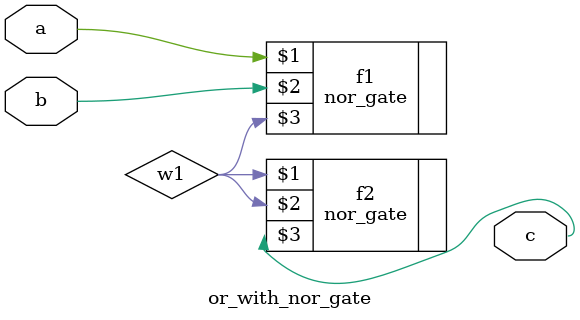
<source format=v>
`include "nor_gate.v"
module or_with_nor_gate(a,b,c);

input a,b;
output c;

wire w1,w2;

nor_gate f1(a,b,w1);
nor_gate f2(w1,w1,c);

endmodule

</source>
